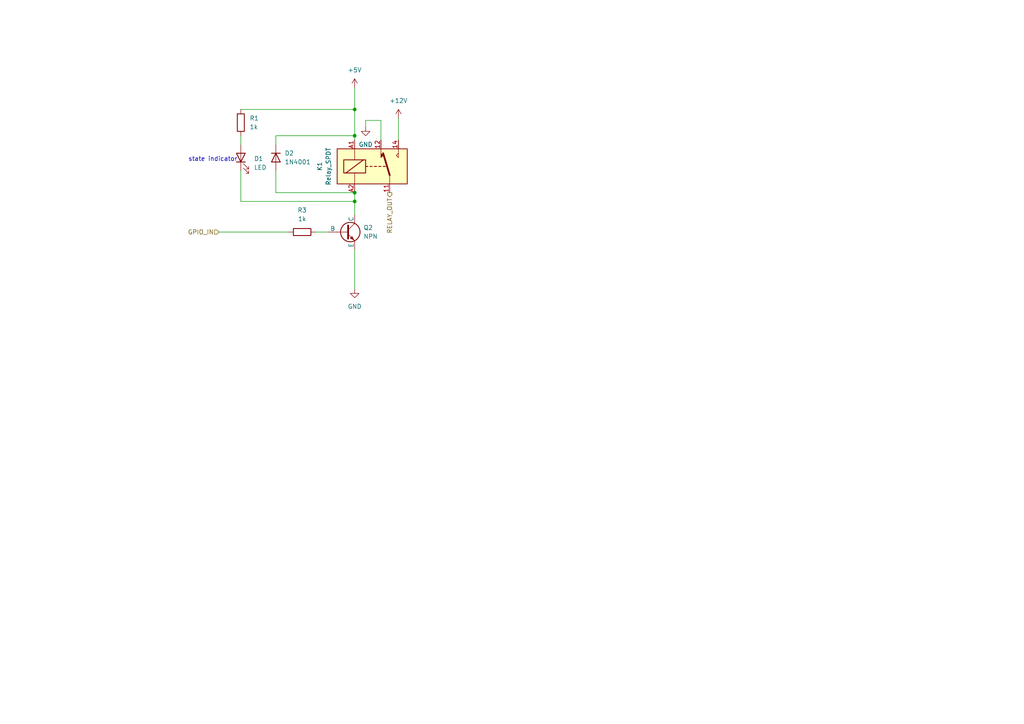
<source format=kicad_sch>
(kicad_sch (version 20230121) (generator eeschema)
  (paper "A4")
  (lib_symbols
    (symbol "Device:LED" (pin_numbers hide) (pin_names (offset 1.016) hide)
      (property "Reference" "D" (at 0 2.54 0))
      (property "Value" "LED" (at 0 -2.54 0))
      (symbol "LED_0_1"
        (polyline (pts (xy -1.27 -1.27) (xy -1.27 1.27)) (stroke (width 0.254)))
        (polyline (pts (xy -1.27 0) (xy 1.27 0)))
        (polyline (pts (xy 1.27 -1.27) (xy 1.27 1.27) (xy -1.27 0) (xy 1.27 -1.27)) (stroke (width 0.254)))
        (polyline (pts (xy -3.048 -0.762) (xy -4.572 -2.286) (xy -3.81 -2.286) (xy -4.572 -2.286) (xy -4.572 -1.524)))
        (polyline (pts (xy -1.778 -0.762) (xy -3.302 -2.286) (xy -2.54 -2.286) (xy -3.302 -2.286) (xy -3.302 -1.524)))
      )
      (symbol "LED_1_1"
        (pin passive line (at -3.81 0 0) (length 2.54) (name "K") (number "1"))
        (pin passive line (at 3.81 0 180) (length 2.54) (name "A") (number "2"))
      )
    )
    (symbol "Device:R" (pin_numbers hide) (pin_names (offset 0))
      (property "Reference" "R" (at 2.032 0 90))
      (property "Value" "R" (at 0 0 90))
      (symbol "R_0_1"
        (rectangle (start -1.016 -2.54) (end 1.016 2.54) (stroke (width 0.254)))
      )
      (symbol "R_1_1"
        (pin passive line (at 0 3.81 270) (length 1.27) (name "~") (number "1"))
        (pin passive line (at 0 -3.81 90) (length 1.27) (name "~") (number "2"))
      )
    )
    (symbol "Diode:1N4001" (pin_numbers hide) (pin_names hide)
      (property "Reference" "D" (at 0 2.54 0))
      (property "Value" "1N4001" (at 0 -2.54 0))
      (symbol "1N4001_0_1"
        (polyline (pts (xy -1.27 1.27) (xy -1.27 -1.27)) (stroke (width 0.254)))
        (polyline (pts (xy 1.27 0) (xy -1.27 0)))
        (polyline (pts (xy 1.27 1.27) (xy 1.27 -1.27) (xy -1.27 0) (xy 1.27 1.27)) (stroke (width 0.254)))
      )
      (symbol "1N4001_1_1"
        (pin passive line (at -3.81 0 0) (length 2.54) (name "K") (number "1"))
        (pin passive line (at 3.81 0 180) (length 2.54) (name "A") (number "2"))
      )
    )
    (symbol "Relay:Relay_SPDT"
      (property "Reference" "K" (at 11.43 3.81 0))
      (property "Value" "Relay_SPDT" (at 11.43 1.27 0))
      (symbol "Relay_SPDT_0_0"
        (polyline (pts (xy 7.62 5.08) (xy 7.62 2.54) (xy 6.985 3.175) (xy 7.62 3.81)))
      )
      (symbol "Relay_SPDT_0_1"
        (rectangle (start -10.16 5.08) (end 10.16 -5.08) (stroke (width 0.254)) (fill (type background)))
        (rectangle (start -8.255 1.905) (end -1.905 -1.905) (stroke (width 0.254)))
        (polyline (pts (xy -7.62 -1.905) (xy -2.54 1.905)) (stroke (width 0.254)))
        (polyline (pts (xy -5.08 -5.08) (xy -5.08 -1.905)))
        (polyline (pts (xy -5.08 5.08) (xy -5.08 1.905)))
        (polyline (pts (xy -1.905 0) (xy -1.27 0)) (stroke (width 0.254)))
        (polyline (pts (xy -0.635 0) (xy 0 0)) (stroke (width 0.254)))
        (polyline (pts (xy 0.635 0) (xy 1.27 0)) (stroke (width 0.254)))
        (polyline (pts (xy 1.905 0) (xy 2.54 0)) (stroke (width 0.254)))
        (polyline (pts (xy 3.175 0) (xy 3.81 0)) (stroke (width 0.254)))
        (polyline (pts (xy 5.08 -2.54) (xy 3.175 3.81)) (stroke (width 0.508)))
        (polyline (pts (xy 5.08 -2.54) (xy 5.08 -5.08)))
        (polyline (pts (xy 2.54 5.08) (xy 2.54 2.54) (xy 3.175 3.175) (xy 2.54 3.81)) (fill (type outline)))
      )
      (symbol "Relay_SPDT_1_1"
        (pin passive line (at 5.08 -7.62 90) (length 2.54) (name "~") (number "11"))
        (pin passive line (at 2.54 7.62 270) (length 2.54) (name "~") (number "12"))
        (pin passive line (at 7.62 7.62 270) (length 2.54) (name "~") (number "14"))
        (pin passive line (at -5.08 7.62 270) (length 2.54) (name "~") (number "A1"))
        (pin passive line (at -5.08 -7.62 90) (length 2.54) (name "~") (number "A2"))
      )
    )
    (symbol "Simulation_SPICE:NPN" (pin_numbers hide) (pin_names (offset 0))
      (property "Reference" "Q2" (at 5.08 1.27 0))
      (property "Value" "NPN" (at 5.08 -1.27 0))
      (symbol "NPN_0_1"
        (polyline (pts (xy -2.54 0) (xy 0.635 0)) (stroke (width 0.1524)))
        (polyline (pts (xy 0.635 0.635) (xy 2.54 2.54)))
        (polyline (pts (xy 2.794 -1.27) (xy 2.794 -1.27)) (stroke (width 0.1524)))
        (polyline (pts (xy 2.794 -1.27) (xy 2.794 -1.27)) (stroke (width 0.1524)))
        (polyline (pts (xy 0.635 -0.635) (xy 2.54 -2.54) (xy 2.54 -2.54)))
        (polyline (pts (xy 0.635 1.905) (xy 0.635 -1.905) (xy 0.635 -1.905)) (stroke (width 0.508)))
        (polyline (pts (xy 1.27 -1.778) (xy 1.778 -1.27) (xy 2.286 -2.286) (xy 1.27 -1.778) (xy 1.27 -1.778)) (fill (type outline)))
        (circle (center 1.27 0) (radius 2.8194) (stroke (width 0.254)))
      )
      (symbol "NPN_1_1"
        (pin passive line (at 2.54 5.08 270) (length 2.54) (name "C") (number "1"))
        (pin input line (at -5.08 0 0) (length 2.54) (name "B") (number "2"))
        (pin passive line (at 2.54 -5.08 90) (length 2.54) (name "E") (number "3"))
      )
    )
    (symbol "power:+12V" (power) (pin_names (offset 0))
      (property "Value" "+12V" (at 0 3.556 0))
      (symbol "+12V_0_1"
        (polyline (pts (xy -0.762 1.27) (xy 0 2.54)))
        (polyline (pts (xy 0 0) (xy 0 2.54)))
        (polyline (pts (xy 0 2.54) (xy 0.762 1.27)))
      )
      (symbol "+12V_1_1"
        (pin power_in line (at 0 0 90) (length 0) hide (name "+12V") (number "1"))
      )
    )
    (symbol "power:+5V" (power) (pin_names (offset 0))
      (property "Value" "+5V" (at 0 3.556 0))
      (symbol "+5V_0_1"
        (polyline (pts (xy -0.762 1.27) (xy 0 2.54)))
        (polyline (pts (xy 0 0) (xy 0 2.54)))
        (polyline (pts (xy 0 2.54) (xy 0.762 1.27)))
      )
      (symbol "+5V_1_1"
        (pin power_in line (at 0 0 90) (length 0) hide (name "+5V") (number "1"))
      )
    )
    (symbol "power:GND" (power) (pin_names (offset 0))
      (property "Value" "GND" (at 0 -3.81 0))
      (symbol "GND_0_1"
        (polyline (pts (xy 0 0) (xy 0 -1.27) (xy 1.27 -1.27) (xy 0 -2.54) (xy -1.27 -1.27) (xy 0 -1.27)))
      )
      (symbol "GND_1_1"
        (pin power_in line (at 0 0 270) (length 0) hide (name "GND") (number "1"))
      )
    )
  )
  (junction (at 102.87 55.88))
  (junction (at 102.87 58.42))
  (junction (at 102.87 39.37))
  (junction (at 102.87 31.75))
  (wire (pts (xy 110.49 40.64) (xy 110.49 34.925)))
  (wire (pts (xy 102.87 25.4) (xy 102.87 31.75)))
  (wire (pts (xy 69.85 49.53) (xy 69.85 58.42)))
  (wire (pts (xy 102.87 58.42) (xy 102.87 62.23)))
  (wire (pts (xy 115.57 34.29) (xy 115.57 40.64)))
  (wire (pts (xy 106.045 34.925) (xy 106.045 36.83)))
  (wire (pts (xy 102.87 39.37) (xy 102.87 40.64)))
  (wire (pts (xy 102.87 72.39) (xy 102.87 83.82)))
  (wire (pts (xy 69.85 39.37) (xy 69.85 41.91)))
  (wire (pts (xy 102.87 31.75) (xy 102.87 39.37)))
  (wire (pts (xy 63.5 67.31) (xy 83.82 67.31)))
  (wire (pts (xy 102.87 55.88) (xy 102.87 58.42)))
  (wire (pts (xy 80.01 39.37) (xy 80.01 41.91)))
  (wire (pts (xy 69.85 31.75) (xy 102.87 31.75)))
  (wire (pts (xy 110.49 34.925) (xy 106.045 34.925)))
  (wire (pts (xy 69.85 58.42) (xy 102.87 58.42)))
  (wire (pts (xy 102.87 39.37) (xy 80.01 39.37)))
  (wire (pts (xy 80.01 49.53) (xy 80.01 55.88)))
  (wire (pts (xy 80.01 55.88) (xy 102.87 55.88)))
  (wire (pts (xy 91.44 67.31) (xy 95.25 67.31)))
  (text "state indicator\n" (at 54.61 46.99 0) (effects (font (size 1.27 1.27)) (justify left bottom)))
  (hierarchical_label "RELAY_OUT" (shape output) (at 113.03 55.88 270))
  (hierarchical_label "GPIO_IN" (shape input) (at 63.5 67.31 180))
  (symbol (lib_id "Diode:1N4001") (at 80.01 45.72 270) (unit 1)
    (property "Reference" "D2" (at 82.55 44.45 90) (effects (justify left)))
    (property "Value" "1N4001" (at 82.55 46.99 90) (effects (justify left)))
    (property "Footprint" "Diode_SMD:D_SOD-323" (effects hide))
    (property "Datasheet" "http://www.vishay.com/docs/88503/1n4001.pdf" (effects hide))
    (property "Sim.Device" "D" (effects hide))
    (property "Sim.Pins" "1=K 2=A" (effects hide))
    (instances (project "river_sampler" (path "" (reference "D2") (unit 1)) (path "" (reference "D4") (unit 1)) (path "" (reference "D9") (unit 1)) (path "" (reference "D11") (unit 1))))
  )
  (symbol (lib_id "Device:LED") (at 69.85 45.72 90) (unit 1)
    (property "Reference" "D1" (at 73.66 46.0375 90) (effects (justify right)))
    (property "Value" "LED" (at 73.66 48.5775 90) (effects (justify right)))
    (property "Footprint" "LED_SMD:LED_1206_3216Metric" (effects hide))
    (instances (project "river_sampler" (path "" (reference "D1") (unit 1)) (path "" (reference "D3") (unit 1)) (path "" (reference "D5") (unit 1)) (path "" (reference "D10") (unit 1))))
  )
  (symbol (lib_id "power:GND") (at 102.87 83.82 0) (unit 1)
    (property "Reference" "#PWR014" (effects hide))
    (property "Value" "GND" (at 102.87 88.9 0))
    (instances (project "river_sampler" (path "" (reference "#PWR014") (unit 1)) (path "" (reference "#PWR022") (unit 1)) (path "" (reference "#PWR025") (unit 1)) (path "" (reference "#PWR028") (unit 1))))
  )
  (symbol (lib_id "Simulation_SPICE:NPN") (at 100.33 67.31 0) (unit 1)
    (property "Reference" "Q2" (at 105.41 66.04 0) (effects (justify left)))
    (property "Value" "NPN" (at 105.41 68.58 0) (effects (justify left)))
    (property "Footprint" "project_footprints:TO92" (effects hide))
    (property "Sim.Device" "NPN" (effects hide))
    (property "Sim.Type" "GUMMELPOON" (effects hide))
    (property "Sim.Pins" "1=C 2=B 3=E" (effects hide))
    (instances (project "river_sampler" (path "" (reference "Q2") (unit 1)) (path "" (reference "Q3") (unit 1)) (path "" (reference "Q4") (unit 1)) (path "" (reference "Q5") (unit 1))))
  )
  (symbol (lib_id "Device:R") (at 69.85 35.56 180) (unit 1)
    (property "Reference" "R1" (at 72.39 34.29 0) (effects (justify right)))
    (property "Value" "1k" (at 72.39 36.83 0) (effects (justify right)))
    (property "Footprint" "Resistor_SMD:R_1210_3225Metric" (effects hide))
    (instances (project "river_sampler" (path "" (reference "R1") (unit 1)) (path "" (reference "R4") (unit 1)) (path "" (reference "R9") (unit 1)) (path "" (reference "R11") (unit 1))))
  )
  (symbol (lib_id "power:GND") (at 106.045 36.83 0) (unit 1)
    (property "Reference" "#PWR03" (effects hide))
    (property "Value" "GND" (at 106.045 41.91 0))
    (instances (project "river_sampler" (path "" (reference "#PWR03") (unit 1)) (path "" (reference "#PWR018") (unit 1)) (path "" (reference "#PWR034") (unit 1)) (path "" (reference "#PWR041") (unit 1))))
  )
  (symbol (lib_id "power:+5V") (at 102.87 25.4 0) (unit 1)
    (property "Reference" "#PWR013" (effects hide))
    (property "Value" "+5V" (at 102.87 20.32 0))
    (instances (project "river_sampler" (path "" (reference "#PWR013") (unit 1)) (path "" (reference "#PWR021") (unit 1)) (path "" (reference "#PWR024") (unit 1)) (path "" (reference "#PWR027") (unit 1))))
  )
  (symbol (lib_id "Device:R") (at 87.63 67.31 90) (unit 1)
    (property "Reference" "R3" (at 87.63 60.96 90))
    (property "Value" "1k" (at 87.63 63.5 90))
    (property "Footprint" "Resistor_SMD:R_1210_3225Metric" (effects hide))
    (instances (project "river_sampler" (path "" (reference "R3") (unit 1)) (path "" (reference "R5") (unit 1)) (path "" (reference "R10") (unit 1)) (path "" (reference "R12") (unit 1))))
  )
  (symbol (lib_id "Relay:Relay_SPDT") (at 107.95 48.26 0) (unit 1)
    (property "Reference" "K1" (at 92.71 48.26 90))
    (property "Value" "Relay_SPDT" (at 95.25 48.26 90))
    (property "Footprint" "project_footprints:RELAY_SRD-05VDC-SL-C" (effects hide))
    (instances (project "river_sampler" (path "" (reference "K1") (unit 1)) (path "" (reference "K2") (unit 1)) (path "" (reference "K3") (unit 1)) (path "" (reference "K4") (unit 1))))
  )
  (symbol (lib_id "power:+12V") (at 115.57 34.29 0) (unit 1)
    (property "Reference" "#PWR015" (effects hide))
    (property "Value" "+12V" (at 115.57 29.21 0))
    (instances (project "river_sampler" (path "" (reference "#PWR015") (unit 1)) (path "" (reference "#PWR023") (unit 1)) (path "" (reference "#PWR026") (unit 1)) (path "" (reference "#PWR029") (unit 1))))
  )
)
</source>
